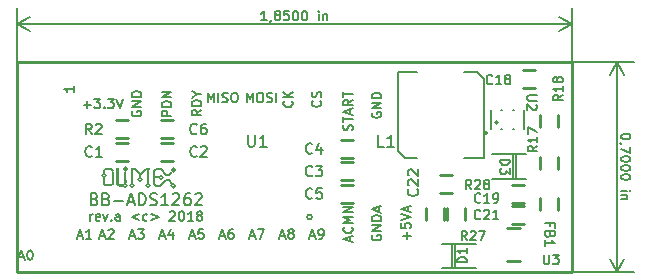
<source format=gbr>
G04 #@! TF.GenerationSoftware,KiCad,Pcbnew,(2017-11-22 revision 78366f8f0)-master*
G04 #@! TF.CreationDate,2018-01-05T15:25:17+02:00*
G04 #@! TF.ProjectId,BB-ADS1262-Rev.A,42422D414453313236322D5265762E41,rev?*
G04 #@! TF.SameCoordinates,Original*
G04 #@! TF.FileFunction,Legend,Top*
G04 #@! TF.FilePolarity,Positive*
%FSLAX46Y46*%
G04 Gerber Fmt 4.6, Leading zero omitted, Abs format (unit mm)*
G04 Created by KiCad (PCBNEW (2017-11-22 revision 78366f8f0)-master) date Fri Jan  5 15:25:17 2018*
%MOMM*%
%LPD*%
G01*
G04 APERTURE LIST*
%ADD10C,0.150000*%
%ADD11C,0.254000*%
%ADD12C,0.200000*%
%ADD13C,0.010000*%
%ADD14C,0.062500*%
%ADD15C,0.012700*%
%ADD16C,0.127000*%
%ADD17C,0.203200*%
G04 APERTURE END LIST*
D10*
X84690000Y-51282523D02*
X84651904Y-51358714D01*
X84651904Y-51473000D01*
X84690000Y-51587285D01*
X84766190Y-51663476D01*
X84842380Y-51701571D01*
X84994761Y-51739666D01*
X85109047Y-51739666D01*
X85261428Y-51701571D01*
X85337619Y-51663476D01*
X85413809Y-51587285D01*
X85451904Y-51473000D01*
X85451904Y-51396809D01*
X85413809Y-51282523D01*
X85375714Y-51244428D01*
X85109047Y-51244428D01*
X85109047Y-51396809D01*
X85451904Y-50901571D02*
X84651904Y-50901571D01*
X85451904Y-50444428D01*
X84651904Y-50444428D01*
X85451904Y-50063476D02*
X84651904Y-50063476D01*
X84651904Y-49873000D01*
X84690000Y-49758714D01*
X84766190Y-49682523D01*
X84842380Y-49644428D01*
X84994761Y-49606333D01*
X85109047Y-49606333D01*
X85261428Y-49644428D01*
X85337619Y-49682523D01*
X85413809Y-49758714D01*
X85451904Y-49873000D01*
X85451904Y-50063476D01*
X106548095Y-53270476D02*
X106548095Y-53346666D01*
X106510000Y-53422857D01*
X106471904Y-53460952D01*
X106395714Y-53499047D01*
X106243333Y-53537142D01*
X106052857Y-53537142D01*
X105900476Y-53499047D01*
X105824285Y-53460952D01*
X105786190Y-53422857D01*
X105748095Y-53346666D01*
X105748095Y-53270476D01*
X105786190Y-53194285D01*
X105824285Y-53156190D01*
X105900476Y-53118095D01*
X106052857Y-53080000D01*
X106243333Y-53080000D01*
X106395714Y-53118095D01*
X106471904Y-53156190D01*
X106510000Y-53194285D01*
X106548095Y-53270476D01*
X105786190Y-53918095D02*
X105748095Y-53918095D01*
X105671904Y-53880000D01*
X105633809Y-53841904D01*
X106548095Y-54184761D02*
X106548095Y-54718095D01*
X105748095Y-54375238D01*
X106548095Y-55175238D02*
X106548095Y-55251428D01*
X106510000Y-55327619D01*
X106471904Y-55365714D01*
X106395714Y-55403809D01*
X106243333Y-55441904D01*
X106052857Y-55441904D01*
X105900476Y-55403809D01*
X105824285Y-55365714D01*
X105786190Y-55327619D01*
X105748095Y-55251428D01*
X105748095Y-55175238D01*
X105786190Y-55099047D01*
X105824285Y-55060952D01*
X105900476Y-55022857D01*
X106052857Y-54984761D01*
X106243333Y-54984761D01*
X106395714Y-55022857D01*
X106471904Y-55060952D01*
X106510000Y-55099047D01*
X106548095Y-55175238D01*
X106548095Y-55937142D02*
X106548095Y-56013333D01*
X106510000Y-56089523D01*
X106471904Y-56127619D01*
X106395714Y-56165714D01*
X106243333Y-56203809D01*
X106052857Y-56203809D01*
X105900476Y-56165714D01*
X105824285Y-56127619D01*
X105786190Y-56089523D01*
X105748095Y-56013333D01*
X105748095Y-55937142D01*
X105786190Y-55860952D01*
X105824285Y-55822857D01*
X105900476Y-55784761D01*
X106052857Y-55746666D01*
X106243333Y-55746666D01*
X106395714Y-55784761D01*
X106471904Y-55822857D01*
X106510000Y-55860952D01*
X106548095Y-55937142D01*
X106548095Y-56699047D02*
X106548095Y-56775238D01*
X106510000Y-56851428D01*
X106471904Y-56889523D01*
X106395714Y-56927619D01*
X106243333Y-56965714D01*
X106052857Y-56965714D01*
X105900476Y-56927619D01*
X105824285Y-56889523D01*
X105786190Y-56851428D01*
X105748095Y-56775238D01*
X105748095Y-56699047D01*
X105786190Y-56622857D01*
X105824285Y-56584761D01*
X105900476Y-56546666D01*
X106052857Y-56508571D01*
X106243333Y-56508571D01*
X106395714Y-56546666D01*
X106471904Y-56584761D01*
X106510000Y-56622857D01*
X106548095Y-56699047D01*
X105748095Y-57918095D02*
X106281428Y-57918095D01*
X106548095Y-57918095D02*
X106510000Y-57880000D01*
X106471904Y-57918095D01*
X106510000Y-57956190D01*
X106548095Y-57918095D01*
X106471904Y-57918095D01*
X106281428Y-58299047D02*
X105748095Y-58299047D01*
X106205238Y-58299047D02*
X106243333Y-58337142D01*
X106281428Y-58413333D01*
X106281428Y-58527619D01*
X106243333Y-58603809D01*
X106167142Y-58641904D01*
X105748095Y-58641904D01*
X105410000Y-46990000D02*
X105410000Y-64770000D01*
X101600000Y-46990000D02*
X106810000Y-46990000D01*
X101600000Y-64770000D02*
X106810000Y-64770000D01*
X105410000Y-64770000D02*
X104823579Y-63643496D01*
X105410000Y-64770000D02*
X105996421Y-63643496D01*
X105410000Y-46990000D02*
X104823579Y-48116504D01*
X105410000Y-46990000D02*
X105996421Y-48116504D01*
X75762142Y-43476904D02*
X75305000Y-43476904D01*
X75533571Y-43476904D02*
X75533571Y-42676904D01*
X75457380Y-42791190D01*
X75381190Y-42867380D01*
X75305000Y-42905476D01*
X76143095Y-43438809D02*
X76143095Y-43476904D01*
X76105000Y-43553095D01*
X76066904Y-43591190D01*
X76600238Y-43019761D02*
X76524047Y-42981666D01*
X76485952Y-42943571D01*
X76447857Y-42867380D01*
X76447857Y-42829285D01*
X76485952Y-42753095D01*
X76524047Y-42715000D01*
X76600238Y-42676904D01*
X76752619Y-42676904D01*
X76828809Y-42715000D01*
X76866904Y-42753095D01*
X76905000Y-42829285D01*
X76905000Y-42867380D01*
X76866904Y-42943571D01*
X76828809Y-42981666D01*
X76752619Y-43019761D01*
X76600238Y-43019761D01*
X76524047Y-43057857D01*
X76485952Y-43095952D01*
X76447857Y-43172142D01*
X76447857Y-43324523D01*
X76485952Y-43400714D01*
X76524047Y-43438809D01*
X76600238Y-43476904D01*
X76752619Y-43476904D01*
X76828809Y-43438809D01*
X76866904Y-43400714D01*
X76905000Y-43324523D01*
X76905000Y-43172142D01*
X76866904Y-43095952D01*
X76828809Y-43057857D01*
X76752619Y-43019761D01*
X77628809Y-42676904D02*
X77247857Y-42676904D01*
X77209761Y-43057857D01*
X77247857Y-43019761D01*
X77324047Y-42981666D01*
X77514523Y-42981666D01*
X77590714Y-43019761D01*
X77628809Y-43057857D01*
X77666904Y-43134047D01*
X77666904Y-43324523D01*
X77628809Y-43400714D01*
X77590714Y-43438809D01*
X77514523Y-43476904D01*
X77324047Y-43476904D01*
X77247857Y-43438809D01*
X77209761Y-43400714D01*
X78162142Y-42676904D02*
X78238333Y-42676904D01*
X78314523Y-42715000D01*
X78352619Y-42753095D01*
X78390714Y-42829285D01*
X78428809Y-42981666D01*
X78428809Y-43172142D01*
X78390714Y-43324523D01*
X78352619Y-43400714D01*
X78314523Y-43438809D01*
X78238333Y-43476904D01*
X78162142Y-43476904D01*
X78085952Y-43438809D01*
X78047857Y-43400714D01*
X78009761Y-43324523D01*
X77971666Y-43172142D01*
X77971666Y-42981666D01*
X78009761Y-42829285D01*
X78047857Y-42753095D01*
X78085952Y-42715000D01*
X78162142Y-42676904D01*
X78924047Y-42676904D02*
X79000238Y-42676904D01*
X79076428Y-42715000D01*
X79114523Y-42753095D01*
X79152619Y-42829285D01*
X79190714Y-42981666D01*
X79190714Y-43172142D01*
X79152619Y-43324523D01*
X79114523Y-43400714D01*
X79076428Y-43438809D01*
X79000238Y-43476904D01*
X78924047Y-43476904D01*
X78847857Y-43438809D01*
X78809761Y-43400714D01*
X78771666Y-43324523D01*
X78733571Y-43172142D01*
X78733571Y-42981666D01*
X78771666Y-42829285D01*
X78809761Y-42753095D01*
X78847857Y-42715000D01*
X78924047Y-42676904D01*
X80143095Y-43476904D02*
X80143095Y-42943571D01*
X80143095Y-42676904D02*
X80105000Y-42715000D01*
X80143095Y-42753095D01*
X80181190Y-42715000D01*
X80143095Y-42676904D01*
X80143095Y-42753095D01*
X80524047Y-42943571D02*
X80524047Y-43476904D01*
X80524047Y-43019761D02*
X80562142Y-42981666D01*
X80638333Y-42943571D01*
X80752619Y-42943571D01*
X80828809Y-42981666D01*
X80866904Y-43057857D01*
X80866904Y-43476904D01*
X54610000Y-43815000D02*
X101600000Y-43815000D01*
X54610000Y-46990000D02*
X54610000Y-42415000D01*
X101600000Y-46990000D02*
X101600000Y-42415000D01*
X101600000Y-43815000D02*
X100473496Y-44401421D01*
X101600000Y-43815000D02*
X100473496Y-43228579D01*
X54610000Y-43815000D02*
X55736504Y-44401421D01*
X54610000Y-43815000D02*
X55736504Y-43228579D01*
X59416904Y-49047428D02*
X59416904Y-49504571D01*
X59416904Y-49276000D02*
X58616904Y-49276000D01*
X58731190Y-49352190D01*
X58807380Y-49428380D01*
X58845476Y-49504571D01*
X60808190Y-60432904D02*
X60808190Y-59899571D01*
X60808190Y-60051952D02*
X60846285Y-59975761D01*
X60884380Y-59937666D01*
X60960571Y-59899571D01*
X61036761Y-59899571D01*
X61608190Y-60394809D02*
X61532000Y-60432904D01*
X61379619Y-60432904D01*
X61303428Y-60394809D01*
X61265333Y-60318619D01*
X61265333Y-60013857D01*
X61303428Y-59937666D01*
X61379619Y-59899571D01*
X61532000Y-59899571D01*
X61608190Y-59937666D01*
X61646285Y-60013857D01*
X61646285Y-60090047D01*
X61265333Y-60166238D01*
X61912952Y-59899571D02*
X62103428Y-60432904D01*
X62293904Y-59899571D01*
X62598666Y-60356714D02*
X62636761Y-60394809D01*
X62598666Y-60432904D01*
X62560571Y-60394809D01*
X62598666Y-60356714D01*
X62598666Y-60432904D01*
X63322476Y-60432904D02*
X63322476Y-60013857D01*
X63284380Y-59937666D01*
X63208190Y-59899571D01*
X63055809Y-59899571D01*
X62979619Y-59937666D01*
X63322476Y-60394809D02*
X63246285Y-60432904D01*
X63055809Y-60432904D01*
X62979619Y-60394809D01*
X62941523Y-60318619D01*
X62941523Y-60242428D01*
X62979619Y-60166238D01*
X63055809Y-60128142D01*
X63246285Y-60128142D01*
X63322476Y-60090047D01*
X64922476Y-59899571D02*
X64312952Y-60128142D01*
X64922476Y-60356714D01*
X65646285Y-60394809D02*
X65570095Y-60432904D01*
X65417714Y-60432904D01*
X65341523Y-60394809D01*
X65303428Y-60356714D01*
X65265333Y-60280523D01*
X65265333Y-60051952D01*
X65303428Y-59975761D01*
X65341523Y-59937666D01*
X65417714Y-59899571D01*
X65570095Y-59899571D01*
X65646285Y-59937666D01*
X65989142Y-59899571D02*
X66598666Y-60128142D01*
X65989142Y-60356714D01*
X67551047Y-59709095D02*
X67589142Y-59671000D01*
X67665333Y-59632904D01*
X67855809Y-59632904D01*
X67932000Y-59671000D01*
X67970095Y-59709095D01*
X68008190Y-59785285D01*
X68008190Y-59861476D01*
X67970095Y-59975761D01*
X67512952Y-60432904D01*
X68008190Y-60432904D01*
X68503428Y-59632904D02*
X68579619Y-59632904D01*
X68655809Y-59671000D01*
X68693904Y-59709095D01*
X68732000Y-59785285D01*
X68770095Y-59937666D01*
X68770095Y-60128142D01*
X68732000Y-60280523D01*
X68693904Y-60356714D01*
X68655809Y-60394809D01*
X68579619Y-60432904D01*
X68503428Y-60432904D01*
X68427238Y-60394809D01*
X68389142Y-60356714D01*
X68351047Y-60280523D01*
X68312952Y-60128142D01*
X68312952Y-59937666D01*
X68351047Y-59785285D01*
X68389142Y-59709095D01*
X68427238Y-59671000D01*
X68503428Y-59632904D01*
X69532000Y-60432904D02*
X69074857Y-60432904D01*
X69303428Y-60432904D02*
X69303428Y-59632904D01*
X69227238Y-59747190D01*
X69151047Y-59823380D01*
X69074857Y-59861476D01*
X69989142Y-59975761D02*
X69912952Y-59937666D01*
X69874857Y-59899571D01*
X69836761Y-59823380D01*
X69836761Y-59785285D01*
X69874857Y-59709095D01*
X69912952Y-59671000D01*
X69989142Y-59632904D01*
X70141523Y-59632904D01*
X70217714Y-59671000D01*
X70255809Y-59709095D01*
X70293904Y-59785285D01*
X70293904Y-59823380D01*
X70255809Y-59899571D01*
X70217714Y-59937666D01*
X70141523Y-59975761D01*
X69989142Y-59975761D01*
X69912952Y-60013857D01*
X69874857Y-60051952D01*
X69836761Y-60128142D01*
X69836761Y-60280523D01*
X69874857Y-60356714D01*
X69912952Y-60394809D01*
X69989142Y-60432904D01*
X70141523Y-60432904D01*
X70217714Y-60394809D01*
X70255809Y-60356714D01*
X70293904Y-60280523D01*
X70293904Y-60128142D01*
X70255809Y-60051952D01*
X70217714Y-60013857D01*
X70141523Y-59975761D01*
X70751857Y-50399904D02*
X70751857Y-49599904D01*
X71018523Y-50171333D01*
X71285190Y-49599904D01*
X71285190Y-50399904D01*
X71666142Y-50399904D02*
X71666142Y-49599904D01*
X72009000Y-50361809D02*
X72123285Y-50399904D01*
X72313761Y-50399904D01*
X72389952Y-50361809D01*
X72428047Y-50323714D01*
X72466142Y-50247523D01*
X72466142Y-50171333D01*
X72428047Y-50095142D01*
X72389952Y-50057047D01*
X72313761Y-50018952D01*
X72161380Y-49980857D01*
X72085190Y-49942761D01*
X72047095Y-49904666D01*
X72009000Y-49828476D01*
X72009000Y-49752285D01*
X72047095Y-49676095D01*
X72085190Y-49638000D01*
X72161380Y-49599904D01*
X72351857Y-49599904D01*
X72466142Y-49638000D01*
X72961380Y-49599904D02*
X73113761Y-49599904D01*
X73189952Y-49638000D01*
X73266142Y-49714190D01*
X73304238Y-49866571D01*
X73304238Y-50133238D01*
X73266142Y-50285619D01*
X73189952Y-50361809D01*
X73113761Y-50399904D01*
X72961380Y-50399904D01*
X72885190Y-50361809D01*
X72809000Y-50285619D01*
X72770904Y-50133238D01*
X72770904Y-49866571D01*
X72809000Y-49714190D01*
X72885190Y-49638000D01*
X72961380Y-49599904D01*
X61174857Y-58602571D02*
X61317714Y-58650190D01*
X61365333Y-58697809D01*
X61412952Y-58793047D01*
X61412952Y-58935904D01*
X61365333Y-59031142D01*
X61317714Y-59078761D01*
X61222476Y-59126380D01*
X60841523Y-59126380D01*
X60841523Y-58126380D01*
X61174857Y-58126380D01*
X61270095Y-58174000D01*
X61317714Y-58221619D01*
X61365333Y-58316857D01*
X61365333Y-58412095D01*
X61317714Y-58507333D01*
X61270095Y-58554952D01*
X61174857Y-58602571D01*
X60841523Y-58602571D01*
X62174857Y-58602571D02*
X62317714Y-58650190D01*
X62365333Y-58697809D01*
X62412952Y-58793047D01*
X62412952Y-58935904D01*
X62365333Y-59031142D01*
X62317714Y-59078761D01*
X62222476Y-59126380D01*
X61841523Y-59126380D01*
X61841523Y-58126380D01*
X62174857Y-58126380D01*
X62270095Y-58174000D01*
X62317714Y-58221619D01*
X62365333Y-58316857D01*
X62365333Y-58412095D01*
X62317714Y-58507333D01*
X62270095Y-58554952D01*
X62174857Y-58602571D01*
X61841523Y-58602571D01*
X62841523Y-58745428D02*
X63603428Y-58745428D01*
X64031999Y-58840666D02*
X64508190Y-58840666D01*
X63936761Y-59126380D02*
X64270095Y-58126380D01*
X64603428Y-59126380D01*
X64936761Y-59126380D02*
X64936761Y-58126380D01*
X65174857Y-58126380D01*
X65317714Y-58174000D01*
X65412952Y-58269238D01*
X65460571Y-58364476D01*
X65508190Y-58554952D01*
X65508190Y-58697809D01*
X65460571Y-58888285D01*
X65412952Y-58983523D01*
X65317714Y-59078761D01*
X65174857Y-59126380D01*
X64936761Y-59126380D01*
X65889142Y-59078761D02*
X66031999Y-59126380D01*
X66270095Y-59126380D01*
X66365333Y-59078761D01*
X66412952Y-59031142D01*
X66460571Y-58935904D01*
X66460571Y-58840666D01*
X66412952Y-58745428D01*
X66365333Y-58697809D01*
X66270095Y-58650190D01*
X66079619Y-58602571D01*
X65984380Y-58554952D01*
X65936761Y-58507333D01*
X65889142Y-58412095D01*
X65889142Y-58316857D01*
X65936761Y-58221619D01*
X65984380Y-58174000D01*
X66079619Y-58126380D01*
X66317714Y-58126380D01*
X66460571Y-58174000D01*
X67412952Y-59126380D02*
X66841523Y-59126380D01*
X67127238Y-59126380D02*
X67127238Y-58126380D01*
X67031999Y-58269238D01*
X66936761Y-58364476D01*
X66841523Y-58412095D01*
X67793904Y-58221619D02*
X67841523Y-58174000D01*
X67936761Y-58126380D01*
X68174857Y-58126380D01*
X68270095Y-58174000D01*
X68317714Y-58221619D01*
X68365333Y-58316857D01*
X68365333Y-58412095D01*
X68317714Y-58554952D01*
X67746285Y-59126380D01*
X68365333Y-59126380D01*
X69222476Y-58126380D02*
X69032000Y-58126380D01*
X68936761Y-58174000D01*
X68889142Y-58221619D01*
X68793904Y-58364476D01*
X68746285Y-58554952D01*
X68746285Y-58935904D01*
X68793904Y-59031142D01*
X68841523Y-59078761D01*
X68936761Y-59126380D01*
X69127238Y-59126380D01*
X69222476Y-59078761D01*
X69270095Y-59031142D01*
X69317714Y-58935904D01*
X69317714Y-58697809D01*
X69270095Y-58602571D01*
X69222476Y-58554952D01*
X69127238Y-58507333D01*
X68936761Y-58507333D01*
X68841523Y-58554952D01*
X68793904Y-58602571D01*
X68746285Y-58697809D01*
X69698666Y-58221619D02*
X69746285Y-58174000D01*
X69841523Y-58126380D01*
X70079619Y-58126380D01*
X70174857Y-58174000D01*
X70222476Y-58221619D01*
X70270095Y-58316857D01*
X70270095Y-58412095D01*
X70222476Y-58554952D01*
X69651047Y-59126380D01*
X70270095Y-59126380D01*
X83000809Y-52761952D02*
X83038904Y-52647666D01*
X83038904Y-52457190D01*
X83000809Y-52381000D01*
X82962714Y-52342904D01*
X82886523Y-52304809D01*
X82810333Y-52304809D01*
X82734142Y-52342904D01*
X82696047Y-52381000D01*
X82657952Y-52457190D01*
X82619857Y-52609571D01*
X82581761Y-52685761D01*
X82543666Y-52723857D01*
X82467476Y-52761952D01*
X82391285Y-52761952D01*
X82315095Y-52723857D01*
X82277000Y-52685761D01*
X82238904Y-52609571D01*
X82238904Y-52419095D01*
X82277000Y-52304809D01*
X82238904Y-52076238D02*
X82238904Y-51619095D01*
X83038904Y-51847666D02*
X82238904Y-51847666D01*
X82810333Y-51390523D02*
X82810333Y-51009571D01*
X83038904Y-51466714D02*
X82238904Y-51200047D01*
X83038904Y-50933380D01*
X83038904Y-50209571D02*
X82657952Y-50476238D01*
X83038904Y-50666714D02*
X82238904Y-50666714D01*
X82238904Y-50361952D01*
X82277000Y-50285761D01*
X82315095Y-50247666D01*
X82391285Y-50209571D01*
X82505571Y-50209571D01*
X82581761Y-50247666D01*
X82619857Y-50285761D01*
X82657952Y-50361952D01*
X82657952Y-50666714D01*
X82238904Y-49981000D02*
X82238904Y-49523857D01*
X83038904Y-49752428D02*
X82238904Y-49752428D01*
X80295714Y-50298333D02*
X80333809Y-50336428D01*
X80371904Y-50450714D01*
X80371904Y-50526904D01*
X80333809Y-50641190D01*
X80257619Y-50717380D01*
X80181428Y-50755476D01*
X80029047Y-50793571D01*
X79914761Y-50793571D01*
X79762380Y-50755476D01*
X79686190Y-50717380D01*
X79610000Y-50641190D01*
X79571904Y-50526904D01*
X79571904Y-50450714D01*
X79610000Y-50336428D01*
X79648095Y-50298333D01*
X80333809Y-49993571D02*
X80371904Y-49879285D01*
X80371904Y-49688809D01*
X80333809Y-49612619D01*
X80295714Y-49574523D01*
X80219523Y-49536428D01*
X80143333Y-49536428D01*
X80067142Y-49574523D01*
X80029047Y-49612619D01*
X79990952Y-49688809D01*
X79952857Y-49841190D01*
X79914761Y-49917380D01*
X79876666Y-49955476D01*
X79800476Y-49993571D01*
X79724285Y-49993571D01*
X79648095Y-49955476D01*
X79610000Y-49917380D01*
X79571904Y-49841190D01*
X79571904Y-49650714D01*
X79610000Y-49536428D01*
X77882714Y-50317380D02*
X77920809Y-50355476D01*
X77958904Y-50469761D01*
X77958904Y-50545952D01*
X77920809Y-50660238D01*
X77844619Y-50736428D01*
X77768428Y-50774523D01*
X77616047Y-50812619D01*
X77501761Y-50812619D01*
X77349380Y-50774523D01*
X77273190Y-50736428D01*
X77197000Y-50660238D01*
X77158904Y-50545952D01*
X77158904Y-50469761D01*
X77197000Y-50355476D01*
X77235095Y-50317380D01*
X77958904Y-49974523D02*
X77158904Y-49974523D01*
X77958904Y-49517380D02*
X77501761Y-49860238D01*
X77158904Y-49517380D02*
X77616047Y-49974523D01*
X74053857Y-50399904D02*
X74053857Y-49599904D01*
X74320523Y-50171333D01*
X74587190Y-49599904D01*
X74587190Y-50399904D01*
X75120523Y-49599904D02*
X75272904Y-49599904D01*
X75349095Y-49638000D01*
X75425285Y-49714190D01*
X75463380Y-49866571D01*
X75463380Y-50133238D01*
X75425285Y-50285619D01*
X75349095Y-50361809D01*
X75272904Y-50399904D01*
X75120523Y-50399904D01*
X75044333Y-50361809D01*
X74968142Y-50285619D01*
X74930047Y-50133238D01*
X74930047Y-49866571D01*
X74968142Y-49714190D01*
X75044333Y-49638000D01*
X75120523Y-49599904D01*
X75768142Y-50361809D02*
X75882428Y-50399904D01*
X76072904Y-50399904D01*
X76149095Y-50361809D01*
X76187190Y-50323714D01*
X76225285Y-50247523D01*
X76225285Y-50171333D01*
X76187190Y-50095142D01*
X76149095Y-50057047D01*
X76072904Y-50018952D01*
X75920523Y-49980857D01*
X75844333Y-49942761D01*
X75806238Y-49904666D01*
X75768142Y-49828476D01*
X75768142Y-49752285D01*
X75806238Y-49676095D01*
X75844333Y-49638000D01*
X75920523Y-49599904D01*
X76111000Y-49599904D01*
X76225285Y-49638000D01*
X76568142Y-50399904D02*
X76568142Y-49599904D01*
X70211904Y-51041238D02*
X69830952Y-51307904D01*
X70211904Y-51498380D02*
X69411904Y-51498380D01*
X69411904Y-51193619D01*
X69450000Y-51117428D01*
X69488095Y-51079333D01*
X69564285Y-51041238D01*
X69678571Y-51041238D01*
X69754761Y-51079333D01*
X69792857Y-51117428D01*
X69830952Y-51193619D01*
X69830952Y-51498380D01*
X70211904Y-50698380D02*
X69411904Y-50698380D01*
X69411904Y-50507904D01*
X69450000Y-50393619D01*
X69526190Y-50317428D01*
X69602380Y-50279333D01*
X69754761Y-50241238D01*
X69869047Y-50241238D01*
X70021428Y-50279333D01*
X70097619Y-50317428D01*
X70173809Y-50393619D01*
X70211904Y-50507904D01*
X70211904Y-50698380D01*
X69830952Y-49746000D02*
X70211904Y-49746000D01*
X69411904Y-50012666D02*
X69830952Y-49746000D01*
X69411904Y-49479333D01*
X67671904Y-51574571D02*
X66871904Y-51574571D01*
X66871904Y-51269809D01*
X66910000Y-51193619D01*
X66948095Y-51155523D01*
X67024285Y-51117428D01*
X67138571Y-51117428D01*
X67214761Y-51155523D01*
X67252857Y-51193619D01*
X67290952Y-51269809D01*
X67290952Y-51574571D01*
X67671904Y-50774571D02*
X66871904Y-50774571D01*
X66871904Y-50584095D01*
X66910000Y-50469809D01*
X66986190Y-50393619D01*
X67062380Y-50355523D01*
X67214761Y-50317428D01*
X67329047Y-50317428D01*
X67481428Y-50355523D01*
X67557619Y-50393619D01*
X67633809Y-50469809D01*
X67671904Y-50584095D01*
X67671904Y-50774571D01*
X67671904Y-49974571D02*
X66871904Y-49974571D01*
X67671904Y-49517428D01*
X66871904Y-49517428D01*
X64370000Y-51155523D02*
X64331904Y-51231714D01*
X64331904Y-51346000D01*
X64370000Y-51460285D01*
X64446190Y-51536476D01*
X64522380Y-51574571D01*
X64674761Y-51612666D01*
X64789047Y-51612666D01*
X64941428Y-51574571D01*
X65017619Y-51536476D01*
X65093809Y-51460285D01*
X65131904Y-51346000D01*
X65131904Y-51269809D01*
X65093809Y-51155523D01*
X65055714Y-51117428D01*
X64789047Y-51117428D01*
X64789047Y-51269809D01*
X65131904Y-50774571D02*
X64331904Y-50774571D01*
X65131904Y-50317428D01*
X64331904Y-50317428D01*
X65131904Y-49936476D02*
X64331904Y-49936476D01*
X64331904Y-49746000D01*
X64370000Y-49631714D01*
X64446190Y-49555523D01*
X64522380Y-49517428D01*
X64674761Y-49479333D01*
X64789047Y-49479333D01*
X64941428Y-49517428D01*
X65017619Y-49555523D01*
X65093809Y-49631714D01*
X65131904Y-49746000D01*
X65131904Y-49936476D01*
X60249000Y-50603142D02*
X60858523Y-50603142D01*
X60553761Y-50907904D02*
X60553761Y-50298380D01*
X61163285Y-50107904D02*
X61658523Y-50107904D01*
X61391857Y-50412666D01*
X61506142Y-50412666D01*
X61582333Y-50450761D01*
X61620428Y-50488857D01*
X61658523Y-50565047D01*
X61658523Y-50755523D01*
X61620428Y-50831714D01*
X61582333Y-50869809D01*
X61506142Y-50907904D01*
X61277571Y-50907904D01*
X61201380Y-50869809D01*
X61163285Y-50831714D01*
X62001380Y-50831714D02*
X62039476Y-50869809D01*
X62001380Y-50907904D01*
X61963285Y-50869809D01*
X62001380Y-50831714D01*
X62001380Y-50907904D01*
X62306142Y-50107904D02*
X62801380Y-50107904D01*
X62534714Y-50412666D01*
X62649000Y-50412666D01*
X62725190Y-50450761D01*
X62763285Y-50488857D01*
X62801380Y-50565047D01*
X62801380Y-50755523D01*
X62763285Y-50831714D01*
X62725190Y-50869809D01*
X62649000Y-50907904D01*
X62420428Y-50907904D01*
X62344238Y-50869809D01*
X62306142Y-50831714D01*
X63029952Y-50107904D02*
X63296619Y-50907904D01*
X63563285Y-50107904D01*
X87636342Y-62026628D02*
X87636342Y-61417104D01*
X87941104Y-61721866D02*
X87331580Y-61721866D01*
X87141104Y-60655200D02*
X87141104Y-61036152D01*
X87522057Y-61074247D01*
X87483961Y-61036152D01*
X87445866Y-60959961D01*
X87445866Y-60769485D01*
X87483961Y-60693295D01*
X87522057Y-60655200D01*
X87598247Y-60617104D01*
X87788723Y-60617104D01*
X87864914Y-60655200D01*
X87903009Y-60693295D01*
X87941104Y-60769485D01*
X87941104Y-60959961D01*
X87903009Y-61036152D01*
X87864914Y-61074247D01*
X87141104Y-60388533D02*
X87941104Y-60121866D01*
X87141104Y-59855200D01*
X87712533Y-59626628D02*
X87712533Y-59245676D01*
X87941104Y-59702819D02*
X87141104Y-59436152D01*
X87941104Y-59169485D01*
X84690000Y-61658380D02*
X84651904Y-61734571D01*
X84651904Y-61848857D01*
X84690000Y-61963142D01*
X84766190Y-62039333D01*
X84842380Y-62077428D01*
X84994761Y-62115523D01*
X85109047Y-62115523D01*
X85261428Y-62077428D01*
X85337619Y-62039333D01*
X85413809Y-61963142D01*
X85451904Y-61848857D01*
X85451904Y-61772666D01*
X85413809Y-61658380D01*
X85375714Y-61620285D01*
X85109047Y-61620285D01*
X85109047Y-61772666D01*
X85451904Y-61277428D02*
X84651904Y-61277428D01*
X85451904Y-60820285D01*
X84651904Y-60820285D01*
X85451904Y-60439333D02*
X84651904Y-60439333D01*
X84651904Y-60248857D01*
X84690000Y-60134571D01*
X84766190Y-60058380D01*
X84842380Y-60020285D01*
X84994761Y-59982190D01*
X85109047Y-59982190D01*
X85261428Y-60020285D01*
X85337619Y-60058380D01*
X85413809Y-60134571D01*
X85451904Y-60248857D01*
X85451904Y-60439333D01*
X85223333Y-59677428D02*
X85223333Y-59296476D01*
X85451904Y-59753619D02*
X84651904Y-59486952D01*
X85451904Y-59220285D01*
X82810333Y-62172666D02*
X82810333Y-61791714D01*
X83038904Y-62248857D02*
X82238904Y-61982190D01*
X83038904Y-61715523D01*
X82962714Y-60991714D02*
X83000809Y-61029809D01*
X83038904Y-61144095D01*
X83038904Y-61220285D01*
X83000809Y-61334571D01*
X82924619Y-61410761D01*
X82848428Y-61448857D01*
X82696047Y-61486952D01*
X82581761Y-61486952D01*
X82429380Y-61448857D01*
X82353190Y-61410761D01*
X82277000Y-61334571D01*
X82238904Y-61220285D01*
X82238904Y-61144095D01*
X82277000Y-61029809D01*
X82315095Y-60991714D01*
X83038904Y-60648857D02*
X82238904Y-60648857D01*
X82810333Y-60382190D01*
X82238904Y-60115523D01*
X83038904Y-60115523D01*
X83038904Y-59734571D02*
X82238904Y-59734571D01*
X83038904Y-59277428D01*
X82238904Y-59277428D01*
X79438571Y-61728333D02*
X79819523Y-61728333D01*
X79362380Y-61956904D02*
X79629047Y-61156904D01*
X79895714Y-61956904D01*
X80200476Y-61956904D02*
X80352857Y-61956904D01*
X80429047Y-61918809D01*
X80467142Y-61880714D01*
X80543333Y-61766428D01*
X80581428Y-61614047D01*
X80581428Y-61309285D01*
X80543333Y-61233095D01*
X80505238Y-61195000D01*
X80429047Y-61156904D01*
X80276666Y-61156904D01*
X80200476Y-61195000D01*
X80162380Y-61233095D01*
X80124285Y-61309285D01*
X80124285Y-61499761D01*
X80162380Y-61575952D01*
X80200476Y-61614047D01*
X80276666Y-61652142D01*
X80429047Y-61652142D01*
X80505238Y-61614047D01*
X80543333Y-61575952D01*
X80581428Y-61499761D01*
X76898571Y-61728333D02*
X77279523Y-61728333D01*
X76822380Y-61956904D02*
X77089047Y-61156904D01*
X77355714Y-61956904D01*
X77736666Y-61499761D02*
X77660476Y-61461666D01*
X77622380Y-61423571D01*
X77584285Y-61347380D01*
X77584285Y-61309285D01*
X77622380Y-61233095D01*
X77660476Y-61195000D01*
X77736666Y-61156904D01*
X77889047Y-61156904D01*
X77965238Y-61195000D01*
X78003333Y-61233095D01*
X78041428Y-61309285D01*
X78041428Y-61347380D01*
X78003333Y-61423571D01*
X77965238Y-61461666D01*
X77889047Y-61499761D01*
X77736666Y-61499761D01*
X77660476Y-61537857D01*
X77622380Y-61575952D01*
X77584285Y-61652142D01*
X77584285Y-61804523D01*
X77622380Y-61880714D01*
X77660476Y-61918809D01*
X77736666Y-61956904D01*
X77889047Y-61956904D01*
X77965238Y-61918809D01*
X78003333Y-61880714D01*
X78041428Y-61804523D01*
X78041428Y-61652142D01*
X78003333Y-61575952D01*
X77965238Y-61537857D01*
X77889047Y-61499761D01*
X74358571Y-61728333D02*
X74739523Y-61728333D01*
X74282380Y-61956904D02*
X74549047Y-61156904D01*
X74815714Y-61956904D01*
X75006190Y-61156904D02*
X75539523Y-61156904D01*
X75196666Y-61956904D01*
X71818571Y-61728333D02*
X72199523Y-61728333D01*
X71742380Y-61956904D02*
X72009047Y-61156904D01*
X72275714Y-61956904D01*
X72885238Y-61156904D02*
X72732857Y-61156904D01*
X72656666Y-61195000D01*
X72618571Y-61233095D01*
X72542380Y-61347380D01*
X72504285Y-61499761D01*
X72504285Y-61804523D01*
X72542380Y-61880714D01*
X72580476Y-61918809D01*
X72656666Y-61956904D01*
X72809047Y-61956904D01*
X72885238Y-61918809D01*
X72923333Y-61880714D01*
X72961428Y-61804523D01*
X72961428Y-61614047D01*
X72923333Y-61537857D01*
X72885238Y-61499761D01*
X72809047Y-61461666D01*
X72656666Y-61461666D01*
X72580476Y-61499761D01*
X72542380Y-61537857D01*
X72504285Y-61614047D01*
X69278571Y-61728333D02*
X69659523Y-61728333D01*
X69202380Y-61956904D02*
X69469047Y-61156904D01*
X69735714Y-61956904D01*
X70383333Y-61156904D02*
X70002380Y-61156904D01*
X69964285Y-61537857D01*
X70002380Y-61499761D01*
X70078571Y-61461666D01*
X70269047Y-61461666D01*
X70345238Y-61499761D01*
X70383333Y-61537857D01*
X70421428Y-61614047D01*
X70421428Y-61804523D01*
X70383333Y-61880714D01*
X70345238Y-61918809D01*
X70269047Y-61956904D01*
X70078571Y-61956904D01*
X70002380Y-61918809D01*
X69964285Y-61880714D01*
X66738571Y-61728333D02*
X67119523Y-61728333D01*
X66662380Y-61956904D02*
X66929047Y-61156904D01*
X67195714Y-61956904D01*
X67805238Y-61423571D02*
X67805238Y-61956904D01*
X67614761Y-61118809D02*
X67424285Y-61690238D01*
X67919523Y-61690238D01*
X64198571Y-61728333D02*
X64579523Y-61728333D01*
X64122380Y-61956904D02*
X64389047Y-61156904D01*
X64655714Y-61956904D01*
X64846190Y-61156904D02*
X65341428Y-61156904D01*
X65074761Y-61461666D01*
X65189047Y-61461666D01*
X65265238Y-61499761D01*
X65303333Y-61537857D01*
X65341428Y-61614047D01*
X65341428Y-61804523D01*
X65303333Y-61880714D01*
X65265238Y-61918809D01*
X65189047Y-61956904D01*
X64960476Y-61956904D01*
X64884285Y-61918809D01*
X64846190Y-61880714D01*
X61658571Y-61728333D02*
X62039523Y-61728333D01*
X61582380Y-61956904D02*
X61849047Y-61156904D01*
X62115714Y-61956904D01*
X62344285Y-61233095D02*
X62382380Y-61195000D01*
X62458571Y-61156904D01*
X62649047Y-61156904D01*
X62725238Y-61195000D01*
X62763333Y-61233095D01*
X62801428Y-61309285D01*
X62801428Y-61385476D01*
X62763333Y-61499761D01*
X62306190Y-61956904D01*
X62801428Y-61956904D01*
X59753571Y-61728333D02*
X60134523Y-61728333D01*
X59677380Y-61956904D02*
X59944047Y-61156904D01*
X60210714Y-61956904D01*
X60896428Y-61956904D02*
X60439285Y-61956904D01*
X60667857Y-61956904D02*
X60667857Y-61156904D01*
X60591666Y-61271190D01*
X60515476Y-61347380D01*
X60439285Y-61385476D01*
X54800571Y-63506333D02*
X55181523Y-63506333D01*
X54724380Y-63734904D02*
X54991047Y-62934904D01*
X55257714Y-63734904D01*
X55676761Y-62934904D02*
X55752952Y-62934904D01*
X55829142Y-62973000D01*
X55867238Y-63011095D01*
X55905333Y-63087285D01*
X55943428Y-63239666D01*
X55943428Y-63430142D01*
X55905333Y-63582523D01*
X55867238Y-63658714D01*
X55829142Y-63696809D01*
X55752952Y-63734904D01*
X55676761Y-63734904D01*
X55600571Y-63696809D01*
X55562476Y-63658714D01*
X55524380Y-63582523D01*
X55486285Y-63430142D01*
X55486285Y-63239666D01*
X55524380Y-63087285D01*
X55562476Y-63011095D01*
X55600571Y-62973000D01*
X55676761Y-62934904D01*
D11*
X54610000Y-64770000D02*
X54610000Y-46990000D01*
X101600000Y-64770000D02*
X54610000Y-64770000D01*
X101600000Y-46990000D02*
X101600000Y-64770000D01*
X54610000Y-46990000D02*
X101600000Y-46990000D01*
D10*
X62123339Y-56616600D02*
G75*
G03X62123339Y-56616600I-172739J0D01*
G01*
D12*
X62585600Y-56097700D02*
X62738000Y-56248300D01*
X62738000Y-56286400D02*
X62738000Y-57289700D01*
X62598300Y-57454800D02*
X62738000Y-57315100D01*
X61950600Y-56845200D02*
X61950600Y-57289700D01*
X63093600Y-56095900D02*
X63093600Y-57277000D01*
X63093600Y-57277000D02*
X63271400Y-57442100D01*
X63271400Y-57442100D02*
X63550800Y-57442100D01*
D10*
X63952139Y-57454800D02*
G75*
G03X63952139Y-57454800I-172739J0D01*
G01*
D12*
X63779400Y-56311800D02*
X63779400Y-57023000D01*
D10*
X63952139Y-56083200D02*
G75*
G03X63952139Y-56083200I-172739J0D01*
G01*
X64523639Y-57454800D02*
G75*
G03X64523639Y-57454800I-172739J0D01*
G01*
D12*
X64350900Y-57238900D02*
X64350900Y-56070500D01*
X64350900Y-56070500D02*
X64579500Y-56070500D01*
X64579500Y-56070500D02*
X65024000Y-56515000D01*
X65024000Y-56515000D02*
X65024000Y-56718200D01*
X65024000Y-56540400D02*
X65506600Y-56070500D01*
D10*
X65196739Y-56946800D02*
G75*
G03X65196739Y-56946800I-172739J0D01*
G01*
D12*
X65506600Y-56070500D02*
X65722500Y-56070500D01*
X65722500Y-56070500D02*
X65722500Y-57200800D01*
D10*
X65895239Y-57454800D02*
G75*
G03X65895239Y-57454800I-172739J0D01*
G01*
X68028839Y-57467500D02*
G75*
G03X68028839Y-57467500I-172739J0D01*
G01*
D12*
X67741800Y-57302400D02*
X67449700Y-57010300D01*
X67449700Y-57010300D02*
X67259200Y-57010300D01*
X67259200Y-57010300D02*
X66751200Y-57518300D01*
X66751200Y-57518300D02*
X66357500Y-57518300D01*
X66357500Y-57518300D02*
X66192400Y-57340500D01*
X66192400Y-57340500D02*
X66192400Y-56769000D01*
X66192400Y-56273700D02*
X66370200Y-56095900D01*
X66192400Y-56781700D02*
X66192400Y-56273700D01*
X66370200Y-56095900D02*
X66763900Y-56095900D01*
X66763900Y-56095900D02*
X67259200Y-56591200D01*
X67259200Y-56591200D02*
X67462400Y-56591200D01*
X67462400Y-56591200D02*
X67716400Y-56337200D01*
D10*
X68041539Y-56159400D02*
G75*
G03X68041539Y-56159400I-172739J0D01*
G01*
D12*
X66624200Y-56769000D02*
X66192400Y-56769000D01*
D10*
X67000139Y-56769000D02*
G75*
G03X67000139Y-56769000I-172739J0D01*
G01*
D12*
X62103000Y-56095900D02*
X62585600Y-56095900D01*
X61950600Y-56248300D02*
X62103000Y-56095900D01*
X61950600Y-56413400D02*
X61950600Y-56248300D01*
X62103000Y-57454800D02*
X61950600Y-57315100D01*
X62598300Y-57454800D02*
X62103000Y-57454800D01*
D13*
X62992000Y-55994300D02*
X62992000Y-57289700D01*
X63093600Y-55994300D02*
X62992000Y-55994300D01*
X62992000Y-57315100D02*
X63233300Y-57543700D01*
X62992000Y-57302400D02*
X62992000Y-57315100D01*
X62992000Y-57289700D02*
X62992000Y-57302400D01*
X63004700Y-57327800D02*
X62992000Y-57302400D01*
X63233300Y-57543700D02*
X63550800Y-57543700D01*
X63246000Y-57543700D02*
X63233300Y-57531000D01*
X63195200Y-55994300D02*
X63195200Y-57251600D01*
X63093600Y-55994300D02*
X63195200Y-55994300D01*
D14*
X63019940Y-56024780D02*
X63068200Y-56024780D01*
X63116460Y-56027320D02*
X63164720Y-56027320D01*
D15*
X62999620Y-55996840D02*
X62999620Y-56070500D01*
X63185040Y-55996840D02*
X63185040Y-56075580D01*
X63873380Y-57122060D02*
X63682880Y-57122060D01*
X63873380Y-57025540D02*
X63873380Y-57122060D01*
X63682880Y-57122060D02*
X63682880Y-56299100D01*
X63687960Y-57109360D02*
X63870840Y-57109360D01*
X63685420Y-57096660D02*
X63868300Y-57096660D01*
X63685420Y-57083960D02*
X63868300Y-57083960D01*
X63685420Y-57071260D02*
X63870840Y-57071260D01*
X64256920Y-55976520D02*
X64584580Y-55976520D01*
X64256920Y-56073040D02*
X64256920Y-55976520D01*
X64310260Y-55989220D02*
X64264540Y-55989220D01*
X64267080Y-55981600D02*
X64267080Y-56022240D01*
X64269620Y-56001920D02*
X64284860Y-56001920D01*
X65816480Y-55976520D02*
X65816480Y-56073040D01*
X65730120Y-55976520D02*
X65816480Y-55976520D01*
X65770760Y-55986680D02*
X65808860Y-55986680D01*
X65806320Y-55991760D02*
X65806320Y-56022240D01*
X65783460Y-55996840D02*
X65803780Y-55996840D01*
X65798700Y-55994300D02*
X65798700Y-56009540D01*
D10*
X79586155Y-60130000D02*
G75*
G03X79586155Y-60130000I-206155J0D01*
G01*
D11*
X82042000Y-55499000D02*
X83058000Y-55499000D01*
X82042000Y-57023000D02*
X83058000Y-57023000D01*
X82042000Y-55118000D02*
X83058000Y-55118000D01*
X82042000Y-53594000D02*
X83058000Y-53594000D01*
X82042000Y-58928000D02*
X83058000Y-58928000D01*
X82042000Y-57404000D02*
X83058000Y-57404000D01*
X67818000Y-53467000D02*
X66802000Y-53467000D01*
X67818000Y-51943000D02*
X66802000Y-51943000D01*
X62992000Y-53848000D02*
X64008000Y-53848000D01*
X62992000Y-55372000D02*
X64008000Y-55372000D01*
X67818000Y-53848000D02*
X66802000Y-53848000D01*
X67818000Y-55372000D02*
X66802000Y-55372000D01*
X62992000Y-53467000D02*
X64008000Y-53467000D01*
X62992000Y-51943000D02*
X64008000Y-51943000D01*
X97472500Y-47688500D02*
X98488500Y-47688500D01*
X97472500Y-49212500D02*
X98488500Y-49212500D01*
X97536000Y-57404000D02*
X96520000Y-57404000D01*
X97536000Y-58928000D02*
X96520000Y-58928000D01*
X97536000Y-60706000D02*
X96520000Y-60706000D01*
X97536000Y-59182000D02*
X96520000Y-59182000D01*
X90779600Y-60401200D02*
X90779600Y-59385200D01*
X89255600Y-60401200D02*
X89255600Y-59385200D01*
D10*
X90561500Y-62386500D02*
X93461500Y-62386500D01*
X93461500Y-64486500D02*
X90561500Y-64486500D01*
X91401900Y-62420500D02*
X91401900Y-64452500D01*
X91655900Y-62420500D02*
X91655900Y-64401700D01*
X96621600Y-56896000D02*
X96621600Y-54914800D01*
X96875600Y-56896000D02*
X96875600Y-54864000D01*
X94816000Y-54830000D02*
X97716000Y-54830000D01*
X97716000Y-56930000D02*
X94816000Y-56930000D01*
D11*
X98933000Y-58547000D02*
X98933000Y-59563000D01*
X100457000Y-58547000D02*
X100457000Y-59563000D01*
D16*
X87439500Y-55148500D02*
X88487500Y-55148500D01*
X94137500Y-55148500D02*
X94137500Y-48450500D01*
X94137500Y-48450500D02*
X93535500Y-47848500D01*
X88487500Y-47848500D02*
X86837500Y-47848500D01*
X86837500Y-47848500D02*
X86837500Y-54546500D01*
X86837500Y-54546500D02*
X87439500Y-55148500D01*
X93535500Y-47848500D02*
X92487500Y-47848500D01*
X92487500Y-55148500D02*
X94137500Y-55148500D01*
D11*
X100457000Y-56070500D02*
X100457000Y-55054500D01*
X98933000Y-56070500D02*
X98933000Y-55054500D01*
X98933000Y-52514500D02*
X98933000Y-51498500D01*
X100457000Y-52514500D02*
X100457000Y-51498500D01*
X92557600Y-60401200D02*
X92557600Y-59385200D01*
X91033600Y-60401200D02*
X91033600Y-59385200D01*
X91414600Y-58115200D02*
X90398600Y-58115200D01*
X91414600Y-56591200D02*
X90398600Y-56591200D01*
D10*
X94483493Y-53017420D02*
G75*
G03X94483493Y-53017420I-158053J0D01*
G01*
D17*
X97561400Y-51069240D02*
X97561400Y-52689760D01*
X94716600Y-52689760D02*
X94716600Y-51069240D01*
X95712280Y-52689760D02*
X95618300Y-52689760D01*
X96659700Y-52689760D02*
X96565720Y-52689760D01*
X95712280Y-51071780D02*
X95618300Y-51071780D01*
X96659700Y-51071780D02*
X96565720Y-51071780D01*
D10*
X95372493Y-52128420D02*
G75*
G03X95372493Y-52128420I-158053J0D01*
G01*
D11*
X96088200Y-63893700D02*
X97218500Y-63893700D01*
X96088200Y-61087000D02*
X97218500Y-61087000D01*
D10*
X74168095Y-53173380D02*
X74168095Y-53982904D01*
X74215714Y-54078142D01*
X74263333Y-54125761D01*
X74358571Y-54173380D01*
X74549047Y-54173380D01*
X74644285Y-54125761D01*
X74691904Y-54078142D01*
X74739523Y-53982904D01*
X74739523Y-53173380D01*
X75739523Y-54173380D02*
X75168095Y-54173380D01*
X75453809Y-54173380D02*
X75453809Y-53173380D01*
X75358571Y-53316238D01*
X75263333Y-53411476D01*
X75168095Y-53459095D01*
X79606000Y-56582428D02*
X79563142Y-56625285D01*
X79434571Y-56668142D01*
X79348857Y-56668142D01*
X79220285Y-56625285D01*
X79134571Y-56539571D01*
X79091714Y-56453857D01*
X79048857Y-56282428D01*
X79048857Y-56153857D01*
X79091714Y-55982428D01*
X79134571Y-55896714D01*
X79220285Y-55811000D01*
X79348857Y-55768142D01*
X79434571Y-55768142D01*
X79563142Y-55811000D01*
X79606000Y-55853857D01*
X79906000Y-55768142D02*
X80463142Y-55768142D01*
X80163142Y-56111000D01*
X80291714Y-56111000D01*
X80377428Y-56153857D01*
X80420285Y-56196714D01*
X80463142Y-56282428D01*
X80463142Y-56496714D01*
X80420285Y-56582428D01*
X80377428Y-56625285D01*
X80291714Y-56668142D01*
X80034571Y-56668142D01*
X79948857Y-56625285D01*
X79906000Y-56582428D01*
X79606000Y-54677428D02*
X79563142Y-54720285D01*
X79434571Y-54763142D01*
X79348857Y-54763142D01*
X79220285Y-54720285D01*
X79134571Y-54634571D01*
X79091714Y-54548857D01*
X79048857Y-54377428D01*
X79048857Y-54248857D01*
X79091714Y-54077428D01*
X79134571Y-53991714D01*
X79220285Y-53906000D01*
X79348857Y-53863142D01*
X79434571Y-53863142D01*
X79563142Y-53906000D01*
X79606000Y-53948857D01*
X80377428Y-54163142D02*
X80377428Y-54763142D01*
X80163142Y-53820285D02*
X79948857Y-54463142D01*
X80506000Y-54463142D01*
X79606000Y-58487428D02*
X79563142Y-58530285D01*
X79434571Y-58573142D01*
X79348857Y-58573142D01*
X79220285Y-58530285D01*
X79134571Y-58444571D01*
X79091714Y-58358857D01*
X79048857Y-58187428D01*
X79048857Y-58058857D01*
X79091714Y-57887428D01*
X79134571Y-57801714D01*
X79220285Y-57716000D01*
X79348857Y-57673142D01*
X79434571Y-57673142D01*
X79563142Y-57716000D01*
X79606000Y-57758857D01*
X80420285Y-57673142D02*
X79991714Y-57673142D01*
X79948857Y-58101714D01*
X79991714Y-58058857D01*
X80077428Y-58016000D01*
X80291714Y-58016000D01*
X80377428Y-58058857D01*
X80420285Y-58101714D01*
X80463142Y-58187428D01*
X80463142Y-58401714D01*
X80420285Y-58487428D01*
X80377428Y-58530285D01*
X80291714Y-58573142D01*
X80077428Y-58573142D01*
X79991714Y-58530285D01*
X79948857Y-58487428D01*
X69827000Y-53026428D02*
X69784142Y-53069285D01*
X69655571Y-53112142D01*
X69569857Y-53112142D01*
X69441285Y-53069285D01*
X69355571Y-52983571D01*
X69312714Y-52897857D01*
X69269857Y-52726428D01*
X69269857Y-52597857D01*
X69312714Y-52426428D01*
X69355571Y-52340714D01*
X69441285Y-52255000D01*
X69569857Y-52212142D01*
X69655571Y-52212142D01*
X69784142Y-52255000D01*
X69827000Y-52297857D01*
X70598428Y-52212142D02*
X70427000Y-52212142D01*
X70341285Y-52255000D01*
X70298428Y-52297857D01*
X70212714Y-52426428D01*
X70169857Y-52597857D01*
X70169857Y-52940714D01*
X70212714Y-53026428D01*
X70255571Y-53069285D01*
X70341285Y-53112142D01*
X70512714Y-53112142D01*
X70598428Y-53069285D01*
X70641285Y-53026428D01*
X70684142Y-52940714D01*
X70684142Y-52726428D01*
X70641285Y-52640714D01*
X70598428Y-52597857D01*
X70512714Y-52555000D01*
X70341285Y-52555000D01*
X70255571Y-52597857D01*
X70212714Y-52640714D01*
X70169857Y-52726428D01*
X60937000Y-54931428D02*
X60894142Y-54974285D01*
X60765571Y-55017142D01*
X60679857Y-55017142D01*
X60551285Y-54974285D01*
X60465571Y-54888571D01*
X60422714Y-54802857D01*
X60379857Y-54631428D01*
X60379857Y-54502857D01*
X60422714Y-54331428D01*
X60465571Y-54245714D01*
X60551285Y-54160000D01*
X60679857Y-54117142D01*
X60765571Y-54117142D01*
X60894142Y-54160000D01*
X60937000Y-54202857D01*
X61794142Y-55017142D02*
X61279857Y-55017142D01*
X61537000Y-55017142D02*
X61537000Y-54117142D01*
X61451285Y-54245714D01*
X61365571Y-54331428D01*
X61279857Y-54374285D01*
X69827000Y-54931428D02*
X69784142Y-54974285D01*
X69655571Y-55017142D01*
X69569857Y-55017142D01*
X69441285Y-54974285D01*
X69355571Y-54888571D01*
X69312714Y-54802857D01*
X69269857Y-54631428D01*
X69269857Y-54502857D01*
X69312714Y-54331428D01*
X69355571Y-54245714D01*
X69441285Y-54160000D01*
X69569857Y-54117142D01*
X69655571Y-54117142D01*
X69784142Y-54160000D01*
X69827000Y-54202857D01*
X70169857Y-54202857D02*
X70212714Y-54160000D01*
X70298428Y-54117142D01*
X70512714Y-54117142D01*
X70598428Y-54160000D01*
X70641285Y-54202857D01*
X70684142Y-54288571D01*
X70684142Y-54374285D01*
X70641285Y-54502857D01*
X70127000Y-55017142D01*
X70684142Y-55017142D01*
X60937000Y-53112142D02*
X60637000Y-52683571D01*
X60422714Y-53112142D02*
X60422714Y-52212142D01*
X60765571Y-52212142D01*
X60851285Y-52255000D01*
X60894142Y-52297857D01*
X60937000Y-52383571D01*
X60937000Y-52512142D01*
X60894142Y-52597857D01*
X60851285Y-52640714D01*
X60765571Y-52683571D01*
X60422714Y-52683571D01*
X61279857Y-52297857D02*
X61322714Y-52255000D01*
X61408428Y-52212142D01*
X61622714Y-52212142D01*
X61708428Y-52255000D01*
X61751285Y-52297857D01*
X61794142Y-52383571D01*
X61794142Y-52469285D01*
X61751285Y-52597857D01*
X61237000Y-53112142D01*
X61794142Y-53112142D01*
X94862714Y-48799714D02*
X94824619Y-48837809D01*
X94710333Y-48875904D01*
X94634142Y-48875904D01*
X94519857Y-48837809D01*
X94443666Y-48761619D01*
X94405571Y-48685428D01*
X94367476Y-48533047D01*
X94367476Y-48418761D01*
X94405571Y-48266380D01*
X94443666Y-48190190D01*
X94519857Y-48114000D01*
X94634142Y-48075904D01*
X94710333Y-48075904D01*
X94824619Y-48114000D01*
X94862714Y-48152095D01*
X95624619Y-48875904D02*
X95167476Y-48875904D01*
X95396047Y-48875904D02*
X95396047Y-48075904D01*
X95319857Y-48190190D01*
X95243666Y-48266380D01*
X95167476Y-48304476D01*
X96081761Y-48418761D02*
X96005571Y-48380666D01*
X95967476Y-48342571D01*
X95929380Y-48266380D01*
X95929380Y-48228285D01*
X95967476Y-48152095D01*
X96005571Y-48114000D01*
X96081761Y-48075904D01*
X96234142Y-48075904D01*
X96310333Y-48114000D01*
X96348428Y-48152095D01*
X96386523Y-48228285D01*
X96386523Y-48266380D01*
X96348428Y-48342571D01*
X96310333Y-48380666D01*
X96234142Y-48418761D01*
X96081761Y-48418761D01*
X96005571Y-48456857D01*
X95967476Y-48494952D01*
X95929380Y-48571142D01*
X95929380Y-48723523D01*
X95967476Y-48799714D01*
X96005571Y-48837809D01*
X96081761Y-48875904D01*
X96234142Y-48875904D01*
X96310333Y-48837809D01*
X96348428Y-48799714D01*
X96386523Y-48723523D01*
X96386523Y-48571142D01*
X96348428Y-48494952D01*
X96310333Y-48456857D01*
X96234142Y-48418761D01*
X93846714Y-58832714D02*
X93808619Y-58870809D01*
X93694333Y-58908904D01*
X93618142Y-58908904D01*
X93503857Y-58870809D01*
X93427666Y-58794619D01*
X93389571Y-58718428D01*
X93351476Y-58566047D01*
X93351476Y-58451761D01*
X93389571Y-58299380D01*
X93427666Y-58223190D01*
X93503857Y-58147000D01*
X93618142Y-58108904D01*
X93694333Y-58108904D01*
X93808619Y-58147000D01*
X93846714Y-58185095D01*
X94608619Y-58908904D02*
X94151476Y-58908904D01*
X94380047Y-58908904D02*
X94380047Y-58108904D01*
X94303857Y-58223190D01*
X94227666Y-58299380D01*
X94151476Y-58337476D01*
X94989571Y-58908904D02*
X95141952Y-58908904D01*
X95218142Y-58870809D01*
X95256238Y-58832714D01*
X95332428Y-58718428D01*
X95370523Y-58566047D01*
X95370523Y-58261285D01*
X95332428Y-58185095D01*
X95294333Y-58147000D01*
X95218142Y-58108904D01*
X95065761Y-58108904D01*
X94989571Y-58147000D01*
X94951476Y-58185095D01*
X94913380Y-58261285D01*
X94913380Y-58451761D01*
X94951476Y-58527952D01*
X94989571Y-58566047D01*
X95065761Y-58604142D01*
X95218142Y-58604142D01*
X95294333Y-58566047D01*
X95332428Y-58527952D01*
X95370523Y-58451761D01*
X93846714Y-60229714D02*
X93808619Y-60267809D01*
X93694333Y-60305904D01*
X93618142Y-60305904D01*
X93503857Y-60267809D01*
X93427666Y-60191619D01*
X93389571Y-60115428D01*
X93351476Y-59963047D01*
X93351476Y-59848761D01*
X93389571Y-59696380D01*
X93427666Y-59620190D01*
X93503857Y-59544000D01*
X93618142Y-59505904D01*
X93694333Y-59505904D01*
X93808619Y-59544000D01*
X93846714Y-59582095D01*
X94151476Y-59582095D02*
X94189571Y-59544000D01*
X94265761Y-59505904D01*
X94456238Y-59505904D01*
X94532428Y-59544000D01*
X94570523Y-59582095D01*
X94608619Y-59658285D01*
X94608619Y-59734476D01*
X94570523Y-59848761D01*
X94113380Y-60305904D01*
X94608619Y-60305904D01*
X95370523Y-60305904D02*
X94913380Y-60305904D01*
X95141952Y-60305904D02*
X95141952Y-59505904D01*
X95065761Y-59620190D01*
X94989571Y-59696380D01*
X94913380Y-59734476D01*
X88510228Y-57779371D02*
X88553085Y-57822228D01*
X88595942Y-57950800D01*
X88595942Y-58036514D01*
X88553085Y-58165085D01*
X88467371Y-58250800D01*
X88381657Y-58293657D01*
X88210228Y-58336514D01*
X88081657Y-58336514D01*
X87910228Y-58293657D01*
X87824514Y-58250800D01*
X87738800Y-58165085D01*
X87695942Y-58036514D01*
X87695942Y-57950800D01*
X87738800Y-57822228D01*
X87781657Y-57779371D01*
X87781657Y-57436514D02*
X87738800Y-57393657D01*
X87695942Y-57307942D01*
X87695942Y-57093657D01*
X87738800Y-57007942D01*
X87781657Y-56965085D01*
X87867371Y-56922228D01*
X87953085Y-56922228D01*
X88081657Y-56965085D01*
X88595942Y-57479371D01*
X88595942Y-56922228D01*
X87781657Y-56579371D02*
X87738800Y-56536514D01*
X87695942Y-56450800D01*
X87695942Y-56236514D01*
X87738800Y-56150800D01*
X87781657Y-56107942D01*
X87867371Y-56065085D01*
X87953085Y-56065085D01*
X88081657Y-56107942D01*
X88595942Y-56622228D01*
X88595942Y-56065085D01*
X92690904Y-63963476D02*
X91890904Y-63963476D01*
X91890904Y-63773000D01*
X91929000Y-63658714D01*
X92005190Y-63582523D01*
X92081380Y-63544428D01*
X92233761Y-63506333D01*
X92348047Y-63506333D01*
X92500428Y-63544428D01*
X92576619Y-63582523D01*
X92652809Y-63658714D01*
X92690904Y-63773000D01*
X92690904Y-63963476D01*
X92690904Y-62744428D02*
X92690904Y-63201571D01*
X92690904Y-62973000D02*
X91890904Y-62973000D01*
X92005190Y-63049190D01*
X92081380Y-63125380D01*
X92119476Y-63201571D01*
X95523095Y-55289523D02*
X96323095Y-55289523D01*
X96323095Y-55480000D01*
X96285000Y-55594285D01*
X96208809Y-55670476D01*
X96132619Y-55708571D01*
X95980238Y-55746666D01*
X95865952Y-55746666D01*
X95713571Y-55708571D01*
X95637380Y-55670476D01*
X95561190Y-55594285D01*
X95523095Y-55480000D01*
X95523095Y-55289523D01*
X96323095Y-56013333D02*
X96323095Y-56508571D01*
X96018333Y-56241904D01*
X96018333Y-56356190D01*
X95980238Y-56432380D01*
X95942142Y-56470476D01*
X95865952Y-56508571D01*
X95675476Y-56508571D01*
X95599285Y-56470476D01*
X95561190Y-56432380D01*
X95523095Y-56356190D01*
X95523095Y-56127619D01*
X95561190Y-56051428D01*
X95599285Y-56013333D01*
X99752142Y-60928333D02*
X99752142Y-60661666D01*
X99333095Y-60661666D02*
X100133095Y-60661666D01*
X100133095Y-61042619D01*
X99752142Y-61614047D02*
X99714047Y-61728333D01*
X99675952Y-61766428D01*
X99599761Y-61804523D01*
X99485476Y-61804523D01*
X99409285Y-61766428D01*
X99371190Y-61728333D01*
X99333095Y-61652142D01*
X99333095Y-61347380D01*
X100133095Y-61347380D01*
X100133095Y-61614047D01*
X100095000Y-61690238D01*
X100056904Y-61728333D01*
X99980714Y-61766428D01*
X99904523Y-61766428D01*
X99828333Y-61728333D01*
X99790238Y-61690238D01*
X99752142Y-61614047D01*
X99752142Y-61347380D01*
X99333095Y-62566428D02*
X99333095Y-62109285D01*
X99333095Y-62337857D02*
X100133095Y-62337857D01*
X100018809Y-62261666D01*
X99942619Y-62185476D01*
X99904523Y-62109285D01*
X85685333Y-54173380D02*
X85209142Y-54173380D01*
X85209142Y-53173380D01*
X86542476Y-54173380D02*
X85971047Y-54173380D01*
X86256761Y-54173380D02*
X86256761Y-53173380D01*
X86161523Y-53316238D01*
X86066285Y-53411476D01*
X85971047Y-53459095D01*
X98659904Y-54108285D02*
X98278952Y-54374952D01*
X98659904Y-54565428D02*
X97859904Y-54565428D01*
X97859904Y-54260666D01*
X97898000Y-54184476D01*
X97936095Y-54146380D01*
X98012285Y-54108285D01*
X98126571Y-54108285D01*
X98202761Y-54146380D01*
X98240857Y-54184476D01*
X98278952Y-54260666D01*
X98278952Y-54565428D01*
X98659904Y-53346380D02*
X98659904Y-53803523D01*
X98659904Y-53574952D02*
X97859904Y-53574952D01*
X97974190Y-53651142D01*
X98050380Y-53727333D01*
X98088476Y-53803523D01*
X97859904Y-53079714D02*
X97859904Y-52546380D01*
X98659904Y-52889238D01*
X100818904Y-49790285D02*
X100437952Y-50056952D01*
X100818904Y-50247428D02*
X100018904Y-50247428D01*
X100018904Y-49942666D01*
X100057000Y-49866476D01*
X100095095Y-49828380D01*
X100171285Y-49790285D01*
X100285571Y-49790285D01*
X100361761Y-49828380D01*
X100399857Y-49866476D01*
X100437952Y-49942666D01*
X100437952Y-50247428D01*
X100818904Y-49028380D02*
X100818904Y-49485523D01*
X100818904Y-49256952D02*
X100018904Y-49256952D01*
X100133190Y-49333142D01*
X100209380Y-49409333D01*
X100247476Y-49485523D01*
X100361761Y-48571238D02*
X100323666Y-48647428D01*
X100285571Y-48685523D01*
X100209380Y-48723619D01*
X100171285Y-48723619D01*
X100095095Y-48685523D01*
X100057000Y-48647428D01*
X100018904Y-48571238D01*
X100018904Y-48418857D01*
X100057000Y-48342666D01*
X100095095Y-48304571D01*
X100171285Y-48266476D01*
X100209380Y-48266476D01*
X100285571Y-48304571D01*
X100323666Y-48342666D01*
X100361761Y-48418857D01*
X100361761Y-48571238D01*
X100399857Y-48647428D01*
X100437952Y-48685523D01*
X100514142Y-48723619D01*
X100666523Y-48723619D01*
X100742714Y-48685523D01*
X100780809Y-48647428D01*
X100818904Y-48571238D01*
X100818904Y-48418857D01*
X100780809Y-48342666D01*
X100742714Y-48304571D01*
X100666523Y-48266476D01*
X100514142Y-48266476D01*
X100437952Y-48304571D01*
X100399857Y-48342666D01*
X100361761Y-48418857D01*
X92703714Y-62083904D02*
X92437047Y-61702952D01*
X92246571Y-62083904D02*
X92246571Y-61283904D01*
X92551333Y-61283904D01*
X92627523Y-61322000D01*
X92665619Y-61360095D01*
X92703714Y-61436285D01*
X92703714Y-61550571D01*
X92665619Y-61626761D01*
X92627523Y-61664857D01*
X92551333Y-61702952D01*
X92246571Y-61702952D01*
X93008476Y-61360095D02*
X93046571Y-61322000D01*
X93122761Y-61283904D01*
X93313238Y-61283904D01*
X93389428Y-61322000D01*
X93427523Y-61360095D01*
X93465619Y-61436285D01*
X93465619Y-61512476D01*
X93427523Y-61626761D01*
X92970380Y-62083904D01*
X93465619Y-62083904D01*
X93732285Y-61283904D02*
X94265619Y-61283904D01*
X93922761Y-62083904D01*
X93084714Y-57765904D02*
X92818047Y-57384952D01*
X92627571Y-57765904D02*
X92627571Y-56965904D01*
X92932333Y-56965904D01*
X93008523Y-57004000D01*
X93046619Y-57042095D01*
X93084714Y-57118285D01*
X93084714Y-57232571D01*
X93046619Y-57308761D01*
X93008523Y-57346857D01*
X92932333Y-57384952D01*
X92627571Y-57384952D01*
X93389476Y-57042095D02*
X93427571Y-57004000D01*
X93503761Y-56965904D01*
X93694238Y-56965904D01*
X93770428Y-57004000D01*
X93808523Y-57042095D01*
X93846619Y-57118285D01*
X93846619Y-57194476D01*
X93808523Y-57308761D01*
X93351380Y-57765904D01*
X93846619Y-57765904D01*
X94303761Y-57308761D02*
X94227571Y-57270666D01*
X94189476Y-57232571D01*
X94151380Y-57156380D01*
X94151380Y-57118285D01*
X94189476Y-57042095D01*
X94227571Y-57004000D01*
X94303761Y-56965904D01*
X94456142Y-56965904D01*
X94532333Y-57004000D01*
X94570428Y-57042095D01*
X94608523Y-57118285D01*
X94608523Y-57156380D01*
X94570428Y-57232571D01*
X94532333Y-57270666D01*
X94456142Y-57308761D01*
X94303761Y-57308761D01*
X94227571Y-57346857D01*
X94189476Y-57384952D01*
X94151380Y-57461142D01*
X94151380Y-57613523D01*
X94189476Y-57689714D01*
X94227571Y-57727809D01*
X94303761Y-57765904D01*
X94456142Y-57765904D01*
X94532333Y-57727809D01*
X94570428Y-57689714D01*
X94608523Y-57613523D01*
X94608523Y-57461142D01*
X94570428Y-57384952D01*
X94532333Y-57346857D01*
X94456142Y-57308761D01*
X98609095Y-49809476D02*
X97961476Y-49809476D01*
X97885285Y-49847571D01*
X97847190Y-49885666D01*
X97809095Y-49961857D01*
X97809095Y-50114238D01*
X97847190Y-50190428D01*
X97885285Y-50228523D01*
X97961476Y-50266619D01*
X98609095Y-50266619D01*
X98532904Y-50609476D02*
X98571000Y-50647571D01*
X98609095Y-50723761D01*
X98609095Y-50914238D01*
X98571000Y-50990428D01*
X98532904Y-51028523D01*
X98456714Y-51066619D01*
X98380523Y-51066619D01*
X98266238Y-51028523D01*
X97809095Y-50571380D01*
X97809095Y-51066619D01*
X99212476Y-63315904D02*
X99212476Y-63963523D01*
X99250571Y-64039714D01*
X99288666Y-64077809D01*
X99364857Y-64115904D01*
X99517238Y-64115904D01*
X99593428Y-64077809D01*
X99631523Y-64039714D01*
X99669619Y-63963523D01*
X99669619Y-63315904D01*
X99974380Y-63315904D02*
X100469619Y-63315904D01*
X100202952Y-63620666D01*
X100317238Y-63620666D01*
X100393428Y-63658761D01*
X100431523Y-63696857D01*
X100469619Y-63773047D01*
X100469619Y-63963523D01*
X100431523Y-64039714D01*
X100393428Y-64077809D01*
X100317238Y-64115904D01*
X100088666Y-64115904D01*
X100012476Y-64077809D01*
X99974380Y-64039714D01*
M02*

</source>
